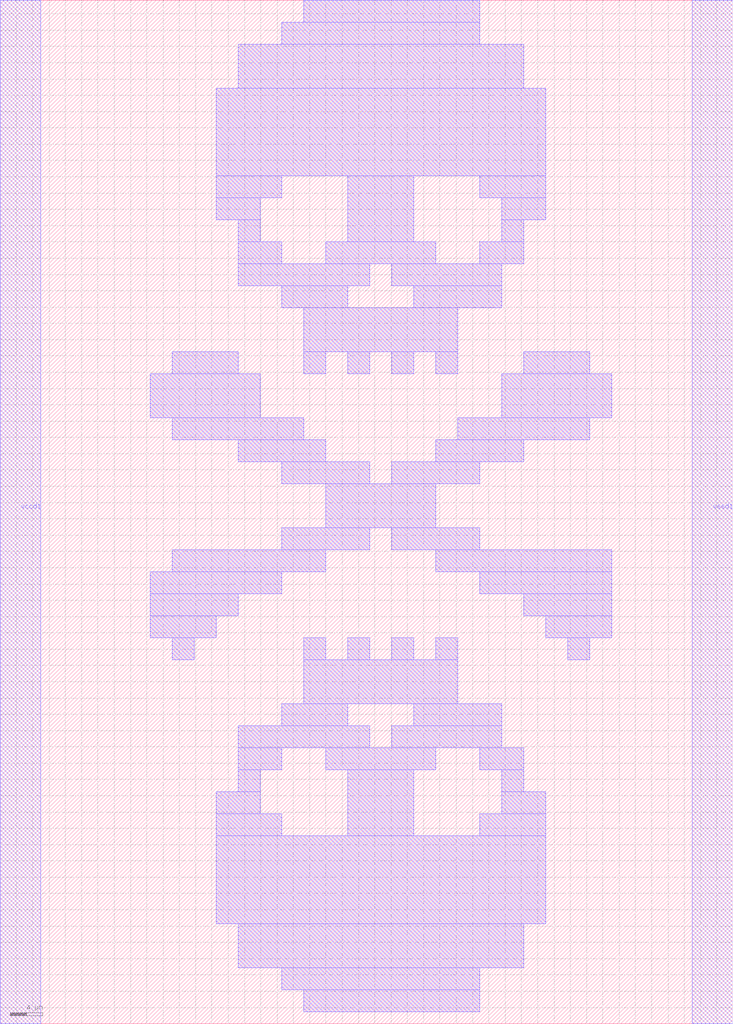
<source format=lef>
VERSION 5.7 ;
  NOWIREEXTENSIONATPIN ON ;
  DIVIDERCHAR "/" ;
  BUSBITCHARS "[]" ;
MACRO skullart
  CLASS BLOCK ;
  FOREIGN skullart ;
  ORIGIN -10.000 -10.000 ;
  SIZE 90.000 BY 125.700 ;
  PIN vssd1
    DIRECTION INOUT ;
    USE GROUND ;
    SHAPE ABUTMENT ;
    PORT
      LAYER met4 ;
        RECT 95.000 10.000 100.000 135.700 ;
    END
  END vssd1
  PIN vccd1
    DIRECTION INOUT ;
    USE POWER ;
    SHAPE ABUTMENT ;
    PORT
      LAYER met4 ;
        RECT 10.000 10.000 15.000 135.700 ;
    END
  END vccd1
  OBS
      LAYER met1 ;
        RECT 47.300 133.000 68.900 135.700 ;
        RECT 44.600 130.300 68.900 133.000 ;
        RECT 39.200 124.900 74.300 130.300 ;
        RECT 36.500 114.100 77.000 124.900 ;
        RECT 36.500 111.400 44.600 114.100 ;
        RECT 36.500 108.700 41.900 111.400 ;
        RECT 39.200 106.000 41.900 108.700 ;
        RECT 52.700 106.000 60.800 114.100 ;
        RECT 68.900 111.400 77.000 114.100 ;
        RECT 71.600 108.700 77.000 111.400 ;
        RECT 71.600 106.000 74.300 108.700 ;
        RECT 39.200 103.300 44.600 106.000 ;
        RECT 50.000 103.300 63.500 106.000 ;
        RECT 68.900 103.300 74.300 106.000 ;
        RECT 39.200 100.600 55.400 103.300 ;
        RECT 58.100 100.600 71.600 103.300 ;
        RECT 44.600 97.900 52.700 100.600 ;
        RECT 60.800 97.900 71.600 100.600 ;
        RECT 47.300 92.500 66.200 97.900 ;
        RECT 31.100 89.800 39.200 92.500 ;
        RECT 47.300 89.800 50.000 92.500 ;
        RECT 52.700 89.800 55.400 92.500 ;
        RECT 58.100 89.800 60.800 92.500 ;
        RECT 63.500 89.800 66.200 92.500 ;
        RECT 74.300 89.800 82.400 92.500 ;
        RECT 28.400 84.400 41.900 89.800 ;
        RECT 71.600 84.400 85.100 89.800 ;
        RECT 31.100 81.700 47.300 84.400 ;
        RECT 66.200 81.700 82.400 84.400 ;
        RECT 39.200 79.000 50.000 81.700 ;
        RECT 63.500 79.000 74.300 81.700 ;
        RECT 44.600 76.300 55.400 79.000 ;
        RECT 58.100 76.300 68.900 79.000 ;
        RECT 50.000 70.900 63.500 76.300 ;
        RECT 44.600 68.200 55.400 70.900 ;
        RECT 58.100 68.200 68.900 70.900 ;
        RECT 31.100 65.500 50.000 68.200 ;
        RECT 63.500 65.500 85.100 68.200 ;
        RECT 28.400 62.800 44.600 65.500 ;
        RECT 68.900 62.800 85.100 65.500 ;
        RECT 28.400 60.100 39.200 62.800 ;
        RECT 74.300 60.100 85.100 62.800 ;
        RECT 28.400 57.400 36.500 60.100 ;
        RECT 77.000 57.400 85.100 60.100 ;
        RECT 31.100 54.700 33.800 57.400 ;
        RECT 47.300 54.700 50.000 57.400 ;
        RECT 52.700 54.700 55.400 57.400 ;
        RECT 58.100 54.700 60.800 57.400 ;
        RECT 63.500 54.700 66.200 57.400 ;
        RECT 79.700 54.700 82.400 57.400 ;
        RECT 47.300 49.300 66.200 54.700 ;
        RECT 44.600 46.600 52.700 49.300 ;
        RECT 60.800 46.600 71.600 49.300 ;
        RECT 39.200 43.900 55.400 46.600 ;
        RECT 58.100 43.900 71.600 46.600 ;
        RECT 39.200 41.200 44.600 43.900 ;
        RECT 50.000 41.200 63.500 43.900 ;
        RECT 68.900 41.200 74.300 43.900 ;
        RECT 39.200 38.500 41.900 41.200 ;
        RECT 36.500 35.800 41.900 38.500 ;
        RECT 36.500 33.100 44.600 35.800 ;
        RECT 52.700 33.100 60.800 41.200 ;
        RECT 71.600 38.500 74.300 41.200 ;
        RECT 71.600 35.800 77.000 38.500 ;
        RECT 68.900 33.100 77.000 35.800 ;
        RECT 36.500 22.300 77.000 33.100 ;
        RECT 39.200 16.900 74.300 22.300 ;
        RECT 44.600 14.200 68.900 16.900 ;
        RECT 47.300 11.500 68.900 14.200 ;
      LAYER met4 ;
        RECT 47.300 133.000 68.900 135.700 ;
        RECT 44.600 130.300 68.900 133.000 ;
        RECT 39.200 124.900 74.300 130.300 ;
        RECT 36.500 114.100 77.000 124.900 ;
        RECT 36.500 111.400 44.600 114.100 ;
        RECT 36.500 108.700 41.900 111.400 ;
        RECT 39.200 106.000 41.900 108.700 ;
        RECT 52.700 106.000 60.800 114.100 ;
        RECT 68.900 111.400 77.000 114.100 ;
        RECT 71.600 108.700 77.000 111.400 ;
        RECT 71.600 106.000 74.300 108.700 ;
        RECT 39.200 103.300 44.600 106.000 ;
        RECT 50.000 103.300 63.500 106.000 ;
        RECT 68.900 103.300 74.300 106.000 ;
        RECT 39.200 100.600 55.400 103.300 ;
        RECT 58.100 100.600 71.600 103.300 ;
        RECT 44.600 97.900 52.700 100.600 ;
        RECT 60.800 97.900 71.600 100.600 ;
        RECT 47.300 92.500 66.200 97.900 ;
        RECT 31.100 89.800 39.200 92.500 ;
        RECT 47.300 89.800 50.000 92.500 ;
        RECT 52.700 89.800 55.400 92.500 ;
        RECT 58.100 89.800 60.800 92.500 ;
        RECT 63.500 89.800 66.200 92.500 ;
        RECT 74.300 89.800 82.400 92.500 ;
        RECT 28.400 84.400 41.900 89.800 ;
        RECT 71.600 84.400 85.100 89.800 ;
        RECT 31.100 81.700 47.300 84.400 ;
        RECT 66.200 81.700 82.400 84.400 ;
        RECT 39.200 79.000 50.000 81.700 ;
        RECT 63.500 79.000 74.300 81.700 ;
        RECT 44.600 76.300 55.400 79.000 ;
        RECT 58.100 76.300 68.900 79.000 ;
        RECT 50.000 70.900 63.500 76.300 ;
        RECT 44.600 68.200 55.400 70.900 ;
        RECT 58.100 68.200 68.900 70.900 ;
        RECT 31.100 65.500 50.000 68.200 ;
        RECT 63.500 65.500 85.100 68.200 ;
        RECT 28.400 62.800 44.600 65.500 ;
        RECT 68.900 62.800 85.100 65.500 ;
        RECT 28.400 60.100 39.200 62.800 ;
        RECT 74.300 60.100 85.100 62.800 ;
        RECT 28.400 57.400 36.500 60.100 ;
        RECT 77.000 57.400 85.100 60.100 ;
        RECT 31.100 54.700 33.800 57.400 ;
        RECT 47.300 54.700 50.000 57.400 ;
        RECT 52.700 54.700 55.400 57.400 ;
        RECT 58.100 54.700 60.800 57.400 ;
        RECT 63.500 54.700 66.200 57.400 ;
        RECT 79.700 54.700 82.400 57.400 ;
        RECT 47.300 49.300 66.200 54.700 ;
        RECT 44.600 46.600 52.700 49.300 ;
        RECT 60.800 46.600 71.600 49.300 ;
        RECT 39.200 43.900 55.400 46.600 ;
        RECT 58.100 43.900 71.600 46.600 ;
        RECT 39.200 41.200 44.600 43.900 ;
        RECT 50.000 41.200 63.500 43.900 ;
        RECT 68.900 41.200 74.300 43.900 ;
        RECT 39.200 38.500 41.900 41.200 ;
        RECT 36.500 35.800 41.900 38.500 ;
        RECT 36.500 33.100 44.600 35.800 ;
        RECT 52.700 33.100 60.800 41.200 ;
        RECT 71.600 38.500 74.300 41.200 ;
        RECT 71.600 35.800 77.000 38.500 ;
        RECT 68.900 33.100 77.000 35.800 ;
        RECT 36.500 22.300 77.000 33.100 ;
        RECT 39.200 16.900 74.300 22.300 ;
        RECT 44.600 14.200 68.900 16.900 ;
        RECT 47.300 11.500 68.900 14.200 ;
  END
END skullart
END LIBRARY


</source>
